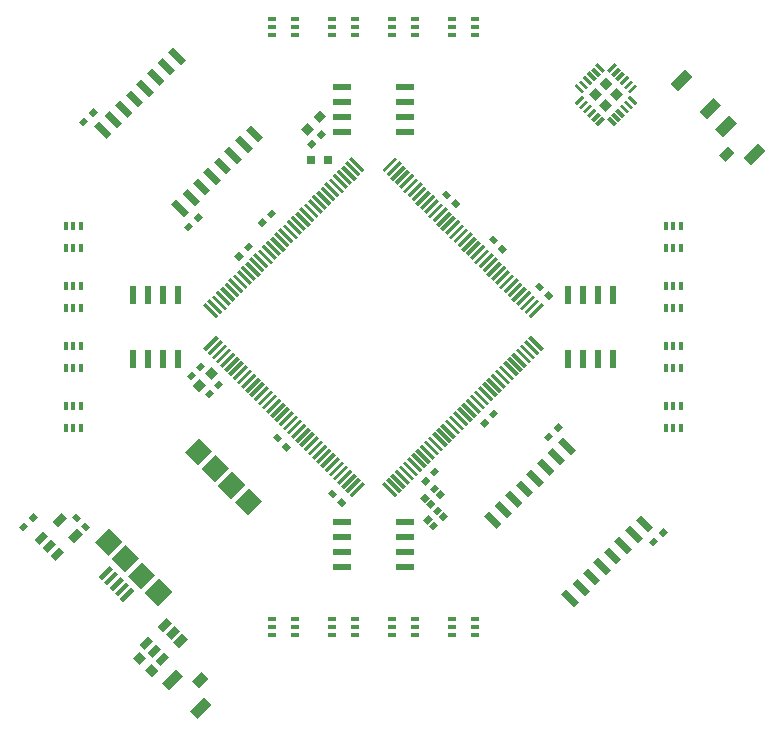
<source format=gbr>
G04 #@! TF.FileFunction,Paste,Bot*
%FSLAX46Y46*%
G04 Gerber Fmt 4.6, Leading zero omitted, Abs format (unit mm)*
G04 Created by KiCad (PCBNEW 4.0.6-e0-6349~53~ubuntu14.04.1) date Fri Mar 31 02:31:39 2017*
%MOMM*%
%LPD*%
G01*
G04 APERTURE LIST*
%ADD10C,0.100000*%
%ADD11R,1.550000X0.600000*%
%ADD12R,0.749300X0.398780*%
%ADD13R,0.600000X1.550000*%
%ADD14R,0.398780X0.749300*%
%ADD15R,0.800000X0.750000*%
G04 APERTURE END LIST*
D10*
G36*
X22354328Y18995571D02*
X22142196Y18783439D01*
X21541156Y19384479D01*
X21753288Y19596611D01*
X22354328Y18995571D01*
X22354328Y18995571D01*
G37*
G36*
X22000774Y18642018D02*
X21788642Y18429886D01*
X21187602Y19030926D01*
X21399734Y19243058D01*
X22000774Y18642018D01*
X22000774Y18642018D01*
G37*
G36*
X21647221Y18288464D02*
X21435089Y18076332D01*
X20834049Y18677372D01*
X21046181Y18889504D01*
X21647221Y18288464D01*
X21647221Y18288464D01*
G37*
G36*
X21293668Y17934911D02*
X21081536Y17722779D01*
X20480496Y18323819D01*
X20692628Y18535951D01*
X21293668Y17934911D01*
X21293668Y17934911D01*
G37*
G36*
X20940114Y17581358D02*
X20727982Y17369226D01*
X20126942Y17970266D01*
X20339074Y18182398D01*
X20940114Y17581358D01*
X20940114Y17581358D01*
G37*
G36*
X20586561Y17227804D02*
X20374429Y17015672D01*
X19773389Y17616712D01*
X19985521Y17828844D01*
X20586561Y17227804D01*
X20586561Y17227804D01*
G37*
G36*
X18995571Y17015672D02*
X18783439Y17227804D01*
X19384479Y17828844D01*
X19596611Y17616712D01*
X18995571Y17015672D01*
X18995571Y17015672D01*
G37*
G36*
X18642018Y17369226D02*
X18429886Y17581358D01*
X19030926Y18182398D01*
X19243058Y17970266D01*
X18642018Y17369226D01*
X18642018Y17369226D01*
G37*
G36*
X18288464Y17722779D02*
X18076332Y17934911D01*
X18677372Y18535951D01*
X18889504Y18323819D01*
X18288464Y17722779D01*
X18288464Y17722779D01*
G37*
G36*
X17934911Y18076332D02*
X17722779Y18288464D01*
X18323819Y18889504D01*
X18535951Y18677372D01*
X17934911Y18076332D01*
X17934911Y18076332D01*
G37*
G36*
X17581358Y18429886D02*
X17369226Y18642018D01*
X17970266Y19243058D01*
X18182398Y19030926D01*
X17581358Y18429886D01*
X17581358Y18429886D01*
G37*
G36*
X17227804Y18783439D02*
X17015672Y18995571D01*
X17616712Y19596611D01*
X17828844Y19384479D01*
X17227804Y18783439D01*
X17227804Y18783439D01*
G37*
G36*
X17828844Y19985521D02*
X17616712Y19773389D01*
X17015672Y20374429D01*
X17227804Y20586561D01*
X17828844Y19985521D01*
X17828844Y19985521D01*
G37*
G36*
X18182398Y20339074D02*
X17970266Y20126942D01*
X17369226Y20727982D01*
X17581358Y20940114D01*
X18182398Y20339074D01*
X18182398Y20339074D01*
G37*
G36*
X18535951Y20692628D02*
X18323819Y20480496D01*
X17722779Y21081536D01*
X17934911Y21293668D01*
X18535951Y20692628D01*
X18535951Y20692628D01*
G37*
G36*
X18889504Y21046181D02*
X18677372Y20834049D01*
X18076332Y21435089D01*
X18288464Y21647221D01*
X18889504Y21046181D01*
X18889504Y21046181D01*
G37*
G36*
X19243058Y21399734D02*
X19030926Y21187602D01*
X18429886Y21788642D01*
X18642018Y22000774D01*
X19243058Y21399734D01*
X19243058Y21399734D01*
G37*
G36*
X19596611Y21753288D02*
X19384479Y21541156D01*
X18783439Y22142196D01*
X18995571Y22354328D01*
X19596611Y21753288D01*
X19596611Y21753288D01*
G37*
G36*
X19985521Y21541156D02*
X19773389Y21753288D01*
X20374429Y22354328D01*
X20586561Y22142196D01*
X19985521Y21541156D01*
X19985521Y21541156D01*
G37*
G36*
X20339074Y21187602D02*
X20126942Y21399734D01*
X20727982Y22000774D01*
X20940114Y21788642D01*
X20339074Y21187602D01*
X20339074Y21187602D01*
G37*
G36*
X20692628Y20834049D02*
X20480496Y21046181D01*
X21081536Y21647221D01*
X21293668Y21435089D01*
X20692628Y20834049D01*
X20692628Y20834049D01*
G37*
G36*
X21046181Y20480496D02*
X20834049Y20692628D01*
X21435089Y21293668D01*
X21647221Y21081536D01*
X21046181Y20480496D01*
X21046181Y20480496D01*
G37*
G36*
X21399734Y20126942D02*
X21187602Y20339074D01*
X21788642Y20940114D01*
X22000774Y20727982D01*
X21399734Y20126942D01*
X21399734Y20126942D01*
G37*
G36*
X21753288Y19773389D02*
X21541156Y19985521D01*
X22142196Y20586561D01*
X22354328Y20374429D01*
X21753288Y19773389D01*
X21753288Y19773389D01*
G37*
G36*
X19317304Y19685000D02*
X18765761Y19133457D01*
X18214218Y19685000D01*
X18765761Y20236543D01*
X19317304Y19685000D01*
X19317304Y19685000D01*
G37*
G36*
X20236543Y20604239D02*
X19685000Y20052696D01*
X19133457Y20604239D01*
X19685000Y21155782D01*
X20236543Y20604239D01*
X20236543Y20604239D01*
G37*
G36*
X20236543Y18765761D02*
X19685000Y18214218D01*
X19133457Y18765761D01*
X19685000Y19317304D01*
X20236543Y18765761D01*
X20236543Y18765761D01*
G37*
G36*
X21155782Y19685000D02*
X20604239Y19133457D01*
X20052696Y19685000D01*
X20604239Y20236543D01*
X21155782Y19685000D01*
X21155782Y19685000D01*
G37*
G36*
X-23683598Y16973155D02*
X-23259334Y17397419D01*
X-22198674Y16336759D01*
X-22622938Y15912495D01*
X-23683598Y16973155D01*
X-23683598Y16973155D01*
G37*
G36*
X-22785573Y17871181D02*
X-22361309Y18295445D01*
X-21300649Y17234785D01*
X-21724913Y16810521D01*
X-22785573Y17871181D01*
X-22785573Y17871181D01*
G37*
G36*
X-21887547Y18769206D02*
X-21463283Y19193470D01*
X-20402623Y18132810D01*
X-20826887Y17708546D01*
X-21887547Y18769206D01*
X-21887547Y18769206D01*
G37*
G36*
X-20989521Y19667232D02*
X-20565257Y20091496D01*
X-19504597Y19030836D01*
X-19928861Y18606572D01*
X-20989521Y19667232D01*
X-20989521Y19667232D01*
G37*
G36*
X-20091496Y20565257D02*
X-19667232Y20989521D01*
X-18606572Y19928861D01*
X-19030836Y19504597D01*
X-20091496Y20565257D01*
X-20091496Y20565257D01*
G37*
G36*
X-19193470Y21463283D02*
X-18769206Y21887547D01*
X-17708546Y20826887D01*
X-18132810Y20402623D01*
X-19193470Y21463283D01*
X-19193470Y21463283D01*
G37*
G36*
X-18295445Y22361309D02*
X-17871181Y22785573D01*
X-16810521Y21724913D01*
X-17234785Y21300649D01*
X-18295445Y22361309D01*
X-18295445Y22361309D01*
G37*
G36*
X-17397419Y23259334D02*
X-16973155Y23683598D01*
X-15912495Y22622938D01*
X-16336759Y22198674D01*
X-17397419Y23259334D01*
X-17397419Y23259334D01*
G37*
G36*
X-10821326Y16683241D02*
X-10397062Y17107505D01*
X-9336402Y16046845D01*
X-9760666Y15622581D01*
X-10821326Y16683241D01*
X-10821326Y16683241D01*
G37*
G36*
X-11719351Y15785215D02*
X-11295087Y16209479D01*
X-10234427Y15148819D01*
X-10658691Y14724555D01*
X-11719351Y15785215D01*
X-11719351Y15785215D01*
G37*
G36*
X-12617377Y14887190D02*
X-12193113Y15311454D01*
X-11132453Y14250794D01*
X-11556717Y13826530D01*
X-12617377Y14887190D01*
X-12617377Y14887190D01*
G37*
G36*
X-13515403Y13989164D02*
X-13091139Y14413428D01*
X-12030479Y13352768D01*
X-12454743Y12928504D01*
X-13515403Y13989164D01*
X-13515403Y13989164D01*
G37*
G36*
X-14413428Y13091139D02*
X-13989164Y13515403D01*
X-12928504Y12454743D01*
X-13352768Y12030479D01*
X-14413428Y13091139D01*
X-14413428Y13091139D01*
G37*
G36*
X-15311454Y12193113D02*
X-14887190Y12617377D01*
X-13826530Y11556717D01*
X-14250794Y11132453D01*
X-15311454Y12193113D01*
X-15311454Y12193113D01*
G37*
G36*
X-16209479Y11295087D02*
X-15785215Y11719351D01*
X-14724555Y10658691D01*
X-15148819Y10234427D01*
X-16209479Y11295087D01*
X-16209479Y11295087D01*
G37*
G36*
X-17107505Y10397062D02*
X-16683241Y10821326D01*
X-15622581Y9760666D01*
X-16046845Y9336402D01*
X-17107505Y10397062D01*
X-17107505Y10397062D01*
G37*
G36*
X-12019872Y-14565456D02*
X-13151243Y-13434085D01*
X-11949162Y-12232004D01*
X-10817791Y-13363375D01*
X-12019872Y-14565456D01*
X-12019872Y-14565456D01*
G37*
G36*
X-10605658Y-15979670D02*
X-11737029Y-14848299D01*
X-10534948Y-13646218D01*
X-9403577Y-14777589D01*
X-10605658Y-15979670D01*
X-10605658Y-15979670D01*
G37*
G36*
X-13434085Y-13151243D02*
X-14565456Y-12019872D01*
X-13363375Y-10817791D01*
X-12232004Y-11949162D01*
X-13434085Y-13151243D01*
X-13434085Y-13151243D01*
G37*
G36*
X-14848299Y-11737029D02*
X-15979670Y-10605658D01*
X-14777589Y-9403577D01*
X-13646218Y-10534948D01*
X-14848299Y-11737029D01*
X-14848299Y-11737029D01*
G37*
G36*
X-22485052Y-19373782D02*
X-23616423Y-18242411D01*
X-22414342Y-17040330D01*
X-21282971Y-18171701D01*
X-22485052Y-19373782D01*
X-22485052Y-19373782D01*
G37*
G36*
X-21070838Y-20787996D02*
X-22202209Y-19656625D01*
X-21000128Y-18454544D01*
X-19868757Y-19585915D01*
X-21070838Y-20787996D01*
X-21070838Y-20787996D01*
G37*
G36*
X-18242411Y-23616423D02*
X-19373782Y-22485052D01*
X-18171701Y-21282971D01*
X-17040330Y-22414342D01*
X-18242411Y-23616423D01*
X-18242411Y-23616423D01*
G37*
G36*
X-19656625Y-22202209D02*
X-20787996Y-21070838D01*
X-19585915Y-19868757D01*
X-18454544Y-21000128D01*
X-19656625Y-22202209D01*
X-19656625Y-22202209D01*
G37*
G36*
X14407301Y-1820800D02*
X14195169Y-2032932D01*
X13099153Y-936916D01*
X13311285Y-724784D01*
X14407301Y-1820800D01*
X14407301Y-1820800D01*
G37*
G36*
X14053748Y-2174354D02*
X13841616Y-2386486D01*
X12745600Y-1290470D01*
X12957732Y-1078338D01*
X14053748Y-2174354D01*
X14053748Y-2174354D01*
G37*
G36*
X13700194Y-2527907D02*
X13488062Y-2740039D01*
X12392046Y-1644023D01*
X12604178Y-1431891D01*
X13700194Y-2527907D01*
X13700194Y-2527907D01*
G37*
G36*
X13346641Y-2881460D02*
X13134509Y-3093592D01*
X12038493Y-1997576D01*
X12250625Y-1785444D01*
X13346641Y-2881460D01*
X13346641Y-2881460D01*
G37*
G36*
X12993087Y-3235014D02*
X12780955Y-3447146D01*
X11684939Y-2351130D01*
X11897071Y-2138998D01*
X12993087Y-3235014D01*
X12993087Y-3235014D01*
G37*
G36*
X12639534Y-3588567D02*
X12427402Y-3800699D01*
X11331386Y-2704683D01*
X11543518Y-2492551D01*
X12639534Y-3588567D01*
X12639534Y-3588567D01*
G37*
G36*
X12285981Y-3942121D02*
X12073849Y-4154253D01*
X10977833Y-3058237D01*
X11189965Y-2846105D01*
X12285981Y-3942121D01*
X12285981Y-3942121D01*
G37*
G36*
X11932427Y-4295674D02*
X11720295Y-4507806D01*
X10624279Y-3411790D01*
X10836411Y-3199658D01*
X11932427Y-4295674D01*
X11932427Y-4295674D01*
G37*
G36*
X11578874Y-4649227D02*
X11366742Y-4861359D01*
X10270726Y-3765343D01*
X10482858Y-3553211D01*
X11578874Y-4649227D01*
X11578874Y-4649227D01*
G37*
G36*
X11225320Y-5002781D02*
X11013188Y-5214913D01*
X9917172Y-4118897D01*
X10129304Y-3906765D01*
X11225320Y-5002781D01*
X11225320Y-5002781D01*
G37*
G36*
X10871767Y-5356334D02*
X10659635Y-5568466D01*
X9563619Y-4472450D01*
X9775751Y-4260318D01*
X10871767Y-5356334D01*
X10871767Y-5356334D01*
G37*
G36*
X10518214Y-5709888D02*
X10306082Y-5922020D01*
X9210066Y-4826004D01*
X9422198Y-4613872D01*
X10518214Y-5709888D01*
X10518214Y-5709888D01*
G37*
G36*
X10164660Y-6063441D02*
X9952528Y-6275573D01*
X8856512Y-5179557D01*
X9068644Y-4967425D01*
X10164660Y-6063441D01*
X10164660Y-6063441D01*
G37*
G36*
X9811107Y-6416994D02*
X9598975Y-6629126D01*
X8502959Y-5533110D01*
X8715091Y-5320978D01*
X9811107Y-6416994D01*
X9811107Y-6416994D01*
G37*
G36*
X9457553Y-6770548D02*
X9245421Y-6982680D01*
X8149405Y-5886664D01*
X8361537Y-5674532D01*
X9457553Y-6770548D01*
X9457553Y-6770548D01*
G37*
G36*
X9104000Y-7124101D02*
X8891868Y-7336233D01*
X7795852Y-6240217D01*
X8007984Y-6028085D01*
X9104000Y-7124101D01*
X9104000Y-7124101D01*
G37*
G36*
X8750447Y-7477654D02*
X8538315Y-7689786D01*
X7442299Y-6593770D01*
X7654431Y-6381638D01*
X8750447Y-7477654D01*
X8750447Y-7477654D01*
G37*
G36*
X8396893Y-7831208D02*
X8184761Y-8043340D01*
X7088745Y-6947324D01*
X7300877Y-6735192D01*
X8396893Y-7831208D01*
X8396893Y-7831208D01*
G37*
G36*
X8043340Y-8184761D02*
X7831208Y-8396893D01*
X6735192Y-7300877D01*
X6947324Y-7088745D01*
X8043340Y-8184761D01*
X8043340Y-8184761D01*
G37*
G36*
X7689786Y-8538315D02*
X7477654Y-8750447D01*
X6381638Y-7654431D01*
X6593770Y-7442299D01*
X7689786Y-8538315D01*
X7689786Y-8538315D01*
G37*
G36*
X7336233Y-8891868D02*
X7124101Y-9104000D01*
X6028085Y-8007984D01*
X6240217Y-7795852D01*
X7336233Y-8891868D01*
X7336233Y-8891868D01*
G37*
G36*
X6982680Y-9245421D02*
X6770548Y-9457553D01*
X5674532Y-8361537D01*
X5886664Y-8149405D01*
X6982680Y-9245421D01*
X6982680Y-9245421D01*
G37*
G36*
X6629126Y-9598975D02*
X6416994Y-9811107D01*
X5320978Y-8715091D01*
X5533110Y-8502959D01*
X6629126Y-9598975D01*
X6629126Y-9598975D01*
G37*
G36*
X6275573Y-9952528D02*
X6063441Y-10164660D01*
X4967425Y-9068644D01*
X5179557Y-8856512D01*
X6275573Y-9952528D01*
X6275573Y-9952528D01*
G37*
G36*
X5922020Y-10306082D02*
X5709888Y-10518214D01*
X4613872Y-9422198D01*
X4826004Y-9210066D01*
X5922020Y-10306082D01*
X5922020Y-10306082D01*
G37*
G36*
X5568466Y-10659635D02*
X5356334Y-10871767D01*
X4260318Y-9775751D01*
X4472450Y-9563619D01*
X5568466Y-10659635D01*
X5568466Y-10659635D01*
G37*
G36*
X5214913Y-11013188D02*
X5002781Y-11225320D01*
X3906765Y-10129304D01*
X4118897Y-9917172D01*
X5214913Y-11013188D01*
X5214913Y-11013188D01*
G37*
G36*
X4861359Y-11366742D02*
X4649227Y-11578874D01*
X3553211Y-10482858D01*
X3765343Y-10270726D01*
X4861359Y-11366742D01*
X4861359Y-11366742D01*
G37*
G36*
X4507806Y-11720295D02*
X4295674Y-11932427D01*
X3199658Y-10836411D01*
X3411790Y-10624279D01*
X4507806Y-11720295D01*
X4507806Y-11720295D01*
G37*
G36*
X4154253Y-12073849D02*
X3942121Y-12285981D01*
X2846105Y-11189965D01*
X3058237Y-10977833D01*
X4154253Y-12073849D01*
X4154253Y-12073849D01*
G37*
G36*
X3800699Y-12427402D02*
X3588567Y-12639534D01*
X2492551Y-11543518D01*
X2704683Y-11331386D01*
X3800699Y-12427402D01*
X3800699Y-12427402D01*
G37*
G36*
X3447146Y-12780955D02*
X3235014Y-12993087D01*
X2138998Y-11897071D01*
X2351130Y-11684939D01*
X3447146Y-12780955D01*
X3447146Y-12780955D01*
G37*
G36*
X3093592Y-13134509D02*
X2881460Y-13346641D01*
X1785444Y-12250625D01*
X1997576Y-12038493D01*
X3093592Y-13134509D01*
X3093592Y-13134509D01*
G37*
G36*
X2740039Y-13488062D02*
X2527907Y-13700194D01*
X1431891Y-12604178D01*
X1644023Y-12392046D01*
X2740039Y-13488062D01*
X2740039Y-13488062D01*
G37*
G36*
X2386486Y-13841616D02*
X2174354Y-14053748D01*
X1078338Y-12957732D01*
X1290470Y-12745600D01*
X2386486Y-13841616D01*
X2386486Y-13841616D01*
G37*
G36*
X2032932Y-14195169D02*
X1820800Y-14407301D01*
X724784Y-13311285D01*
X936916Y-13099153D01*
X2032932Y-14195169D01*
X2032932Y-14195169D01*
G37*
G36*
X-1820800Y-14407301D02*
X-2032932Y-14195169D01*
X-936916Y-13099153D01*
X-724784Y-13311285D01*
X-1820800Y-14407301D01*
X-1820800Y-14407301D01*
G37*
G36*
X-2174354Y-14053748D02*
X-2386486Y-13841616D01*
X-1290470Y-12745600D01*
X-1078338Y-12957732D01*
X-2174354Y-14053748D01*
X-2174354Y-14053748D01*
G37*
G36*
X-2527907Y-13700194D02*
X-2740039Y-13488062D01*
X-1644023Y-12392046D01*
X-1431891Y-12604178D01*
X-2527907Y-13700194D01*
X-2527907Y-13700194D01*
G37*
G36*
X-2881460Y-13346641D02*
X-3093592Y-13134509D01*
X-1997576Y-12038493D01*
X-1785444Y-12250625D01*
X-2881460Y-13346641D01*
X-2881460Y-13346641D01*
G37*
G36*
X-3235014Y-12993087D02*
X-3447146Y-12780955D01*
X-2351130Y-11684939D01*
X-2138998Y-11897071D01*
X-3235014Y-12993087D01*
X-3235014Y-12993087D01*
G37*
G36*
X-3588567Y-12639534D02*
X-3800699Y-12427402D01*
X-2704683Y-11331386D01*
X-2492551Y-11543518D01*
X-3588567Y-12639534D01*
X-3588567Y-12639534D01*
G37*
G36*
X-3942121Y-12285981D02*
X-4154253Y-12073849D01*
X-3058237Y-10977833D01*
X-2846105Y-11189965D01*
X-3942121Y-12285981D01*
X-3942121Y-12285981D01*
G37*
G36*
X-4295674Y-11932427D02*
X-4507806Y-11720295D01*
X-3411790Y-10624279D01*
X-3199658Y-10836411D01*
X-4295674Y-11932427D01*
X-4295674Y-11932427D01*
G37*
G36*
X-4649227Y-11578874D02*
X-4861359Y-11366742D01*
X-3765343Y-10270726D01*
X-3553211Y-10482858D01*
X-4649227Y-11578874D01*
X-4649227Y-11578874D01*
G37*
G36*
X-5002781Y-11225320D02*
X-5214913Y-11013188D01*
X-4118897Y-9917172D01*
X-3906765Y-10129304D01*
X-5002781Y-11225320D01*
X-5002781Y-11225320D01*
G37*
G36*
X-5356334Y-10871767D02*
X-5568466Y-10659635D01*
X-4472450Y-9563619D01*
X-4260318Y-9775751D01*
X-5356334Y-10871767D01*
X-5356334Y-10871767D01*
G37*
G36*
X-5709888Y-10518214D02*
X-5922020Y-10306082D01*
X-4826004Y-9210066D01*
X-4613872Y-9422198D01*
X-5709888Y-10518214D01*
X-5709888Y-10518214D01*
G37*
G36*
X-6063441Y-10164660D02*
X-6275573Y-9952528D01*
X-5179557Y-8856512D01*
X-4967425Y-9068644D01*
X-6063441Y-10164660D01*
X-6063441Y-10164660D01*
G37*
G36*
X-6416994Y-9811107D02*
X-6629126Y-9598975D01*
X-5533110Y-8502959D01*
X-5320978Y-8715091D01*
X-6416994Y-9811107D01*
X-6416994Y-9811107D01*
G37*
G36*
X-6770548Y-9457553D02*
X-6982680Y-9245421D01*
X-5886664Y-8149405D01*
X-5674532Y-8361537D01*
X-6770548Y-9457553D01*
X-6770548Y-9457553D01*
G37*
G36*
X-7124101Y-9104000D02*
X-7336233Y-8891868D01*
X-6240217Y-7795852D01*
X-6028085Y-8007984D01*
X-7124101Y-9104000D01*
X-7124101Y-9104000D01*
G37*
G36*
X-7477654Y-8750447D02*
X-7689786Y-8538315D01*
X-6593770Y-7442299D01*
X-6381638Y-7654431D01*
X-7477654Y-8750447D01*
X-7477654Y-8750447D01*
G37*
G36*
X-7831208Y-8396893D02*
X-8043340Y-8184761D01*
X-6947324Y-7088745D01*
X-6735192Y-7300877D01*
X-7831208Y-8396893D01*
X-7831208Y-8396893D01*
G37*
G36*
X-8184761Y-8043340D02*
X-8396893Y-7831208D01*
X-7300877Y-6735192D01*
X-7088745Y-6947324D01*
X-8184761Y-8043340D01*
X-8184761Y-8043340D01*
G37*
G36*
X-8538315Y-7689786D02*
X-8750447Y-7477654D01*
X-7654431Y-6381638D01*
X-7442299Y-6593770D01*
X-8538315Y-7689786D01*
X-8538315Y-7689786D01*
G37*
G36*
X-8891868Y-7336233D02*
X-9104000Y-7124101D01*
X-8007984Y-6028085D01*
X-7795852Y-6240217D01*
X-8891868Y-7336233D01*
X-8891868Y-7336233D01*
G37*
G36*
X-9245421Y-6982680D02*
X-9457553Y-6770548D01*
X-8361537Y-5674532D01*
X-8149405Y-5886664D01*
X-9245421Y-6982680D01*
X-9245421Y-6982680D01*
G37*
G36*
X-9598975Y-6629126D02*
X-9811107Y-6416994D01*
X-8715091Y-5320978D01*
X-8502959Y-5533110D01*
X-9598975Y-6629126D01*
X-9598975Y-6629126D01*
G37*
G36*
X-9952528Y-6275573D02*
X-10164660Y-6063441D01*
X-9068644Y-4967425D01*
X-8856512Y-5179557D01*
X-9952528Y-6275573D01*
X-9952528Y-6275573D01*
G37*
G36*
X-10306082Y-5922020D02*
X-10518214Y-5709888D01*
X-9422198Y-4613872D01*
X-9210066Y-4826004D01*
X-10306082Y-5922020D01*
X-10306082Y-5922020D01*
G37*
G36*
X-10659635Y-5568466D02*
X-10871767Y-5356334D01*
X-9775751Y-4260318D01*
X-9563619Y-4472450D01*
X-10659635Y-5568466D01*
X-10659635Y-5568466D01*
G37*
G36*
X-11013188Y-5214913D02*
X-11225320Y-5002781D01*
X-10129304Y-3906765D01*
X-9917172Y-4118897D01*
X-11013188Y-5214913D01*
X-11013188Y-5214913D01*
G37*
G36*
X-11366742Y-4861359D02*
X-11578874Y-4649227D01*
X-10482858Y-3553211D01*
X-10270726Y-3765343D01*
X-11366742Y-4861359D01*
X-11366742Y-4861359D01*
G37*
G36*
X-11720295Y-4507806D02*
X-11932427Y-4295674D01*
X-10836411Y-3199658D01*
X-10624279Y-3411790D01*
X-11720295Y-4507806D01*
X-11720295Y-4507806D01*
G37*
G36*
X-12073849Y-4154253D02*
X-12285981Y-3942121D01*
X-11189965Y-2846105D01*
X-10977833Y-3058237D01*
X-12073849Y-4154253D01*
X-12073849Y-4154253D01*
G37*
G36*
X-12427402Y-3800699D02*
X-12639534Y-3588567D01*
X-11543518Y-2492551D01*
X-11331386Y-2704683D01*
X-12427402Y-3800699D01*
X-12427402Y-3800699D01*
G37*
G36*
X-12780955Y-3447146D02*
X-12993087Y-3235014D01*
X-11897071Y-2138998D01*
X-11684939Y-2351130D01*
X-12780955Y-3447146D01*
X-12780955Y-3447146D01*
G37*
G36*
X-13134509Y-3093592D02*
X-13346641Y-2881460D01*
X-12250625Y-1785444D01*
X-12038493Y-1997576D01*
X-13134509Y-3093592D01*
X-13134509Y-3093592D01*
G37*
G36*
X-13488062Y-2740039D02*
X-13700194Y-2527907D01*
X-12604178Y-1431891D01*
X-12392046Y-1644023D01*
X-13488062Y-2740039D01*
X-13488062Y-2740039D01*
G37*
G36*
X-13841616Y-2386486D02*
X-14053748Y-2174354D01*
X-12957732Y-1078338D01*
X-12745600Y-1290470D01*
X-13841616Y-2386486D01*
X-13841616Y-2386486D01*
G37*
G36*
X-14195169Y-2032932D02*
X-14407301Y-1820800D01*
X-13311285Y-724784D01*
X-13099153Y-936916D01*
X-14195169Y-2032932D01*
X-14195169Y-2032932D01*
G37*
G36*
X-13099153Y936916D02*
X-13311285Y724784D01*
X-14407301Y1820800D01*
X-14195169Y2032932D01*
X-13099153Y936916D01*
X-13099153Y936916D01*
G37*
G36*
X-12745600Y1290470D02*
X-12957732Y1078338D01*
X-14053748Y2174354D01*
X-13841616Y2386486D01*
X-12745600Y1290470D01*
X-12745600Y1290470D01*
G37*
G36*
X-12392046Y1644023D02*
X-12604178Y1431891D01*
X-13700194Y2527907D01*
X-13488062Y2740039D01*
X-12392046Y1644023D01*
X-12392046Y1644023D01*
G37*
G36*
X-12038493Y1997576D02*
X-12250625Y1785444D01*
X-13346641Y2881460D01*
X-13134509Y3093592D01*
X-12038493Y1997576D01*
X-12038493Y1997576D01*
G37*
G36*
X-11684939Y2351130D02*
X-11897071Y2138998D01*
X-12993087Y3235014D01*
X-12780955Y3447146D01*
X-11684939Y2351130D01*
X-11684939Y2351130D01*
G37*
G36*
X-11331386Y2704683D02*
X-11543518Y2492551D01*
X-12639534Y3588567D01*
X-12427402Y3800699D01*
X-11331386Y2704683D01*
X-11331386Y2704683D01*
G37*
G36*
X-10977833Y3058237D02*
X-11189965Y2846105D01*
X-12285981Y3942121D01*
X-12073849Y4154253D01*
X-10977833Y3058237D01*
X-10977833Y3058237D01*
G37*
G36*
X-10624279Y3411790D02*
X-10836411Y3199658D01*
X-11932427Y4295674D01*
X-11720295Y4507806D01*
X-10624279Y3411790D01*
X-10624279Y3411790D01*
G37*
G36*
X-10270726Y3765343D02*
X-10482858Y3553211D01*
X-11578874Y4649227D01*
X-11366742Y4861359D01*
X-10270726Y3765343D01*
X-10270726Y3765343D01*
G37*
G36*
X-9917172Y4118897D02*
X-10129304Y3906765D01*
X-11225320Y5002781D01*
X-11013188Y5214913D01*
X-9917172Y4118897D01*
X-9917172Y4118897D01*
G37*
G36*
X-9563619Y4472450D02*
X-9775751Y4260318D01*
X-10871767Y5356334D01*
X-10659635Y5568466D01*
X-9563619Y4472450D01*
X-9563619Y4472450D01*
G37*
G36*
X-9210066Y4826004D02*
X-9422198Y4613872D01*
X-10518214Y5709888D01*
X-10306082Y5922020D01*
X-9210066Y4826004D01*
X-9210066Y4826004D01*
G37*
G36*
X-8856512Y5179557D02*
X-9068644Y4967425D01*
X-10164660Y6063441D01*
X-9952528Y6275573D01*
X-8856512Y5179557D01*
X-8856512Y5179557D01*
G37*
G36*
X-8502959Y5533110D02*
X-8715091Y5320978D01*
X-9811107Y6416994D01*
X-9598975Y6629126D01*
X-8502959Y5533110D01*
X-8502959Y5533110D01*
G37*
G36*
X-8149405Y5886664D02*
X-8361537Y5674532D01*
X-9457553Y6770548D01*
X-9245421Y6982680D01*
X-8149405Y5886664D01*
X-8149405Y5886664D01*
G37*
G36*
X-7795852Y6240217D02*
X-8007984Y6028085D01*
X-9104000Y7124101D01*
X-8891868Y7336233D01*
X-7795852Y6240217D01*
X-7795852Y6240217D01*
G37*
G36*
X-7442299Y6593770D02*
X-7654431Y6381638D01*
X-8750447Y7477654D01*
X-8538315Y7689786D01*
X-7442299Y6593770D01*
X-7442299Y6593770D01*
G37*
G36*
X-7088745Y6947324D02*
X-7300877Y6735192D01*
X-8396893Y7831208D01*
X-8184761Y8043340D01*
X-7088745Y6947324D01*
X-7088745Y6947324D01*
G37*
G36*
X-6735192Y7300877D02*
X-6947324Y7088745D01*
X-8043340Y8184761D01*
X-7831208Y8396893D01*
X-6735192Y7300877D01*
X-6735192Y7300877D01*
G37*
G36*
X-6381638Y7654431D02*
X-6593770Y7442299D01*
X-7689786Y8538315D01*
X-7477654Y8750447D01*
X-6381638Y7654431D01*
X-6381638Y7654431D01*
G37*
G36*
X-6028085Y8007984D02*
X-6240217Y7795852D01*
X-7336233Y8891868D01*
X-7124101Y9104000D01*
X-6028085Y8007984D01*
X-6028085Y8007984D01*
G37*
G36*
X-5674532Y8361537D02*
X-5886664Y8149405D01*
X-6982680Y9245421D01*
X-6770548Y9457553D01*
X-5674532Y8361537D01*
X-5674532Y8361537D01*
G37*
G36*
X-5320978Y8715091D02*
X-5533110Y8502959D01*
X-6629126Y9598975D01*
X-6416994Y9811107D01*
X-5320978Y8715091D01*
X-5320978Y8715091D01*
G37*
G36*
X-4967425Y9068644D02*
X-5179557Y8856512D01*
X-6275573Y9952528D01*
X-6063441Y10164660D01*
X-4967425Y9068644D01*
X-4967425Y9068644D01*
G37*
G36*
X-4613872Y9422198D02*
X-4826004Y9210066D01*
X-5922020Y10306082D01*
X-5709888Y10518214D01*
X-4613872Y9422198D01*
X-4613872Y9422198D01*
G37*
G36*
X-4260318Y9775751D02*
X-4472450Y9563619D01*
X-5568466Y10659635D01*
X-5356334Y10871767D01*
X-4260318Y9775751D01*
X-4260318Y9775751D01*
G37*
G36*
X-3906765Y10129304D02*
X-4118897Y9917172D01*
X-5214913Y11013188D01*
X-5002781Y11225320D01*
X-3906765Y10129304D01*
X-3906765Y10129304D01*
G37*
G36*
X-3553211Y10482858D02*
X-3765343Y10270726D01*
X-4861359Y11366742D01*
X-4649227Y11578874D01*
X-3553211Y10482858D01*
X-3553211Y10482858D01*
G37*
G36*
X-3199658Y10836411D02*
X-3411790Y10624279D01*
X-4507806Y11720295D01*
X-4295674Y11932427D01*
X-3199658Y10836411D01*
X-3199658Y10836411D01*
G37*
G36*
X-2846105Y11189965D02*
X-3058237Y10977833D01*
X-4154253Y12073849D01*
X-3942121Y12285981D01*
X-2846105Y11189965D01*
X-2846105Y11189965D01*
G37*
G36*
X-2492551Y11543518D02*
X-2704683Y11331386D01*
X-3800699Y12427402D01*
X-3588567Y12639534D01*
X-2492551Y11543518D01*
X-2492551Y11543518D01*
G37*
G36*
X-2138998Y11897071D02*
X-2351130Y11684939D01*
X-3447146Y12780955D01*
X-3235014Y12993087D01*
X-2138998Y11897071D01*
X-2138998Y11897071D01*
G37*
G36*
X-1785444Y12250625D02*
X-1997576Y12038493D01*
X-3093592Y13134509D01*
X-2881460Y13346641D01*
X-1785444Y12250625D01*
X-1785444Y12250625D01*
G37*
G36*
X-1431891Y12604178D02*
X-1644023Y12392046D01*
X-2740039Y13488062D01*
X-2527907Y13700194D01*
X-1431891Y12604178D01*
X-1431891Y12604178D01*
G37*
G36*
X-1078338Y12957732D02*
X-1290470Y12745600D01*
X-2386486Y13841616D01*
X-2174354Y14053748D01*
X-1078338Y12957732D01*
X-1078338Y12957732D01*
G37*
G36*
X-724784Y13311285D02*
X-936916Y13099153D01*
X-2032932Y14195169D01*
X-1820800Y14407301D01*
X-724784Y13311285D01*
X-724784Y13311285D01*
G37*
G36*
X936916Y13099153D02*
X724784Y13311285D01*
X1820800Y14407301D01*
X2032932Y14195169D01*
X936916Y13099153D01*
X936916Y13099153D01*
G37*
G36*
X1290470Y12745600D02*
X1078338Y12957732D01*
X2174354Y14053748D01*
X2386486Y13841616D01*
X1290470Y12745600D01*
X1290470Y12745600D01*
G37*
G36*
X1644023Y12392046D02*
X1431891Y12604178D01*
X2527907Y13700194D01*
X2740039Y13488062D01*
X1644023Y12392046D01*
X1644023Y12392046D01*
G37*
G36*
X1997576Y12038493D02*
X1785444Y12250625D01*
X2881460Y13346641D01*
X3093592Y13134509D01*
X1997576Y12038493D01*
X1997576Y12038493D01*
G37*
G36*
X2351130Y11684939D02*
X2138998Y11897071D01*
X3235014Y12993087D01*
X3447146Y12780955D01*
X2351130Y11684939D01*
X2351130Y11684939D01*
G37*
G36*
X2704683Y11331386D02*
X2492551Y11543518D01*
X3588567Y12639534D01*
X3800699Y12427402D01*
X2704683Y11331386D01*
X2704683Y11331386D01*
G37*
G36*
X3058237Y10977833D02*
X2846105Y11189965D01*
X3942121Y12285981D01*
X4154253Y12073849D01*
X3058237Y10977833D01*
X3058237Y10977833D01*
G37*
G36*
X3411790Y10624279D02*
X3199658Y10836411D01*
X4295674Y11932427D01*
X4507806Y11720295D01*
X3411790Y10624279D01*
X3411790Y10624279D01*
G37*
G36*
X3765343Y10270726D02*
X3553211Y10482858D01*
X4649227Y11578874D01*
X4861359Y11366742D01*
X3765343Y10270726D01*
X3765343Y10270726D01*
G37*
G36*
X4118897Y9917172D02*
X3906765Y10129304D01*
X5002781Y11225320D01*
X5214913Y11013188D01*
X4118897Y9917172D01*
X4118897Y9917172D01*
G37*
G36*
X4472450Y9563619D02*
X4260318Y9775751D01*
X5356334Y10871767D01*
X5568466Y10659635D01*
X4472450Y9563619D01*
X4472450Y9563619D01*
G37*
G36*
X4826004Y9210066D02*
X4613872Y9422198D01*
X5709888Y10518214D01*
X5922020Y10306082D01*
X4826004Y9210066D01*
X4826004Y9210066D01*
G37*
G36*
X5179557Y8856512D02*
X4967425Y9068644D01*
X6063441Y10164660D01*
X6275573Y9952528D01*
X5179557Y8856512D01*
X5179557Y8856512D01*
G37*
G36*
X5533110Y8502959D02*
X5320978Y8715091D01*
X6416994Y9811107D01*
X6629126Y9598975D01*
X5533110Y8502959D01*
X5533110Y8502959D01*
G37*
G36*
X5886664Y8149405D02*
X5674532Y8361537D01*
X6770548Y9457553D01*
X6982680Y9245421D01*
X5886664Y8149405D01*
X5886664Y8149405D01*
G37*
G36*
X6240217Y7795852D02*
X6028085Y8007984D01*
X7124101Y9104000D01*
X7336233Y8891868D01*
X6240217Y7795852D01*
X6240217Y7795852D01*
G37*
G36*
X6593770Y7442299D02*
X6381638Y7654431D01*
X7477654Y8750447D01*
X7689786Y8538315D01*
X6593770Y7442299D01*
X6593770Y7442299D01*
G37*
G36*
X6947324Y7088745D02*
X6735192Y7300877D01*
X7831208Y8396893D01*
X8043340Y8184761D01*
X6947324Y7088745D01*
X6947324Y7088745D01*
G37*
G36*
X7300877Y6735192D02*
X7088745Y6947324D01*
X8184761Y8043340D01*
X8396893Y7831208D01*
X7300877Y6735192D01*
X7300877Y6735192D01*
G37*
G36*
X7654431Y6381638D02*
X7442299Y6593770D01*
X8538315Y7689786D01*
X8750447Y7477654D01*
X7654431Y6381638D01*
X7654431Y6381638D01*
G37*
G36*
X8007984Y6028085D02*
X7795852Y6240217D01*
X8891868Y7336233D01*
X9104000Y7124101D01*
X8007984Y6028085D01*
X8007984Y6028085D01*
G37*
G36*
X8361537Y5674532D02*
X8149405Y5886664D01*
X9245421Y6982680D01*
X9457553Y6770548D01*
X8361537Y5674532D01*
X8361537Y5674532D01*
G37*
G36*
X8715091Y5320978D02*
X8502959Y5533110D01*
X9598975Y6629126D01*
X9811107Y6416994D01*
X8715091Y5320978D01*
X8715091Y5320978D01*
G37*
G36*
X9068644Y4967425D02*
X8856512Y5179557D01*
X9952528Y6275573D01*
X10164660Y6063441D01*
X9068644Y4967425D01*
X9068644Y4967425D01*
G37*
G36*
X9422198Y4613872D02*
X9210066Y4826004D01*
X10306082Y5922020D01*
X10518214Y5709888D01*
X9422198Y4613872D01*
X9422198Y4613872D01*
G37*
G36*
X9775751Y4260318D02*
X9563619Y4472450D01*
X10659635Y5568466D01*
X10871767Y5356334D01*
X9775751Y4260318D01*
X9775751Y4260318D01*
G37*
G36*
X10129304Y3906765D02*
X9917172Y4118897D01*
X11013188Y5214913D01*
X11225320Y5002781D01*
X10129304Y3906765D01*
X10129304Y3906765D01*
G37*
G36*
X10482858Y3553211D02*
X10270726Y3765343D01*
X11366742Y4861359D01*
X11578874Y4649227D01*
X10482858Y3553211D01*
X10482858Y3553211D01*
G37*
G36*
X10836411Y3199658D02*
X10624279Y3411790D01*
X11720295Y4507806D01*
X11932427Y4295674D01*
X10836411Y3199658D01*
X10836411Y3199658D01*
G37*
G36*
X11189965Y2846105D02*
X10977833Y3058237D01*
X12073849Y4154253D01*
X12285981Y3942121D01*
X11189965Y2846105D01*
X11189965Y2846105D01*
G37*
G36*
X11543518Y2492551D02*
X11331386Y2704683D01*
X12427402Y3800699D01*
X12639534Y3588567D01*
X11543518Y2492551D01*
X11543518Y2492551D01*
G37*
G36*
X11897071Y2138998D02*
X11684939Y2351130D01*
X12780955Y3447146D01*
X12993087Y3235014D01*
X11897071Y2138998D01*
X11897071Y2138998D01*
G37*
G36*
X12250625Y1785444D02*
X12038493Y1997576D01*
X13134509Y3093592D01*
X13346641Y2881460D01*
X12250625Y1785444D01*
X12250625Y1785444D01*
G37*
G36*
X12604178Y1431891D02*
X12392046Y1644023D01*
X13488062Y2740039D01*
X13700194Y2527907D01*
X12604178Y1431891D01*
X12604178Y1431891D01*
G37*
G36*
X12957732Y1078338D02*
X12745600Y1290470D01*
X13841616Y2386486D01*
X14053748Y2174354D01*
X12957732Y1078338D01*
X12957732Y1078338D01*
G37*
G36*
X13311285Y724784D02*
X13099153Y936916D01*
X14195169Y2032932D01*
X14407301Y1820800D01*
X13311285Y724784D01*
X13311285Y724784D01*
G37*
G36*
X23683598Y-16973155D02*
X23259334Y-17397419D01*
X22198674Y-16336759D01*
X22622938Y-15912495D01*
X23683598Y-16973155D01*
X23683598Y-16973155D01*
G37*
G36*
X22785573Y-17871181D02*
X22361309Y-18295445D01*
X21300649Y-17234785D01*
X21724913Y-16810521D01*
X22785573Y-17871181D01*
X22785573Y-17871181D01*
G37*
G36*
X21887547Y-18769206D02*
X21463283Y-19193470D01*
X20402623Y-18132810D01*
X20826887Y-17708546D01*
X21887547Y-18769206D01*
X21887547Y-18769206D01*
G37*
G36*
X20989521Y-19667232D02*
X20565257Y-20091496D01*
X19504597Y-19030836D01*
X19928861Y-18606572D01*
X20989521Y-19667232D01*
X20989521Y-19667232D01*
G37*
G36*
X20091496Y-20565257D02*
X19667232Y-20989521D01*
X18606572Y-19928861D01*
X19030836Y-19504597D01*
X20091496Y-20565257D01*
X20091496Y-20565257D01*
G37*
G36*
X19193470Y-21463283D02*
X18769206Y-21887547D01*
X17708546Y-20826887D01*
X18132810Y-20402623D01*
X19193470Y-21463283D01*
X19193470Y-21463283D01*
G37*
G36*
X18295445Y-22361309D02*
X17871181Y-22785573D01*
X16810521Y-21724913D01*
X17234785Y-21300649D01*
X18295445Y-22361309D01*
X18295445Y-22361309D01*
G37*
G36*
X17397419Y-23259334D02*
X16973155Y-23683598D01*
X15912495Y-22622938D01*
X16336759Y-22198674D01*
X17397419Y-23259334D01*
X17397419Y-23259334D01*
G37*
G36*
X10821326Y-16683241D02*
X10397062Y-17107505D01*
X9336402Y-16046845D01*
X9760666Y-15622581D01*
X10821326Y-16683241D01*
X10821326Y-16683241D01*
G37*
G36*
X11719351Y-15785215D02*
X11295087Y-16209479D01*
X10234427Y-15148819D01*
X10658691Y-14724555D01*
X11719351Y-15785215D01*
X11719351Y-15785215D01*
G37*
G36*
X12617377Y-14887190D02*
X12193113Y-15311454D01*
X11132453Y-14250794D01*
X11556717Y-13826530D01*
X12617377Y-14887190D01*
X12617377Y-14887190D01*
G37*
G36*
X13515403Y-13989164D02*
X13091139Y-14413428D01*
X12030479Y-13352768D01*
X12454743Y-12928504D01*
X13515403Y-13989164D01*
X13515403Y-13989164D01*
G37*
G36*
X14413428Y-13091139D02*
X13989164Y-13515403D01*
X12928504Y-12454743D01*
X13352768Y-12030479D01*
X14413428Y-13091139D01*
X14413428Y-13091139D01*
G37*
G36*
X15311454Y-12193113D02*
X14887190Y-12617377D01*
X13826530Y-11556717D01*
X14250794Y-11132453D01*
X15311454Y-12193113D01*
X15311454Y-12193113D01*
G37*
G36*
X16209479Y-11295087D02*
X15785215Y-11719351D01*
X14724555Y-10658691D01*
X15148819Y-10234427D01*
X16209479Y-11295087D01*
X16209479Y-11295087D01*
G37*
G36*
X17107505Y-10397062D02*
X16683241Y-10821326D01*
X15622581Y-9760666D01*
X16046845Y-9336402D01*
X17107505Y-10397062D01*
X17107505Y-10397062D01*
G37*
D11*
X2700000Y-16510000D03*
X2700000Y-17780000D03*
X2700000Y-19050000D03*
X2700000Y-20320000D03*
X-2700000Y-20320000D03*
X-2700000Y-19050000D03*
X-2700000Y-17780000D03*
X-2700000Y-16510000D03*
D12*
X6670040Y-26050240D03*
X6670040Y-25400000D03*
X6670040Y-24749760D03*
X8569960Y-24749760D03*
X8569960Y-25400000D03*
X8569960Y-26050240D03*
X1590040Y-26050240D03*
X1590040Y-25400000D03*
X1590040Y-24749760D03*
X3489960Y-24749760D03*
X3489960Y-25400000D03*
X3489960Y-26050240D03*
X-3489960Y-26050240D03*
X-3489960Y-25400000D03*
X-3489960Y-24749760D03*
X-1590040Y-24749760D03*
X-1590040Y-25400000D03*
X-1590040Y-26050240D03*
D13*
X-16510000Y-2700000D03*
X-17780000Y-2700000D03*
X-19050000Y-2700000D03*
X-20320000Y-2700000D03*
X-20320000Y2700000D03*
X-19050000Y2700000D03*
X-17780000Y2700000D03*
X-16510000Y2700000D03*
D14*
X-26050240Y-6670040D03*
X-25400000Y-6670040D03*
X-24749760Y-6670040D03*
X-24749760Y-8569960D03*
X-25400000Y-8569960D03*
X-26050240Y-8569960D03*
X-26050240Y-1590040D03*
X-25400000Y-1590040D03*
X-24749760Y-1590040D03*
X-24749760Y-3489960D03*
X-25400000Y-3489960D03*
X-26050240Y-3489960D03*
X-26050240Y3489960D03*
X-25400000Y3489960D03*
X-24749760Y3489960D03*
X-24749760Y1590040D03*
X-25400000Y1590040D03*
X-26050240Y1590040D03*
X-26050240Y8569960D03*
X-25400000Y8569960D03*
X-24749760Y8569960D03*
X-24749760Y6670040D03*
X-25400000Y6670040D03*
X-26050240Y6670040D03*
D11*
X-2700000Y16510000D03*
X-2700000Y17780000D03*
X-2700000Y19050000D03*
X-2700000Y20320000D03*
X2700000Y20320000D03*
X2700000Y19050000D03*
X2700000Y17780000D03*
X2700000Y16510000D03*
D12*
X-6670040Y26050240D03*
X-6670040Y25400000D03*
X-6670040Y24749760D03*
X-8569960Y24749760D03*
X-8569960Y25400000D03*
X-8569960Y26050240D03*
X-1590040Y26050240D03*
X-1590040Y25400000D03*
X-1590040Y24749760D03*
X-3489960Y24749760D03*
X-3489960Y25400000D03*
X-3489960Y26050240D03*
X3489960Y26050240D03*
X3489960Y25400000D03*
X3489960Y24749760D03*
X1590040Y24749760D03*
X1590040Y25400000D03*
X1590040Y26050240D03*
X8569960Y26050240D03*
X8569960Y25400000D03*
X8569960Y24749760D03*
X6670040Y24749760D03*
X6670040Y25400000D03*
X6670040Y26050240D03*
D13*
X16510000Y2700000D03*
X17780000Y2700000D03*
X19050000Y2700000D03*
X20320000Y2700000D03*
X20320000Y-2700000D03*
X19050000Y-2700000D03*
X17780000Y-2700000D03*
X16510000Y-2700000D03*
D14*
X26050240Y6670040D03*
X25400000Y6670040D03*
X24749760Y6670040D03*
X24749760Y8569960D03*
X25400000Y8569960D03*
X26050240Y8569960D03*
X26050240Y1590040D03*
X25400000Y1590040D03*
X24749760Y1590040D03*
X24749760Y3489960D03*
X25400000Y3489960D03*
X26050240Y3489960D03*
X26050240Y-3489960D03*
X25400000Y-3489960D03*
X24749760Y-3489960D03*
X24749760Y-1590040D03*
X25400000Y-1590040D03*
X26050240Y-1590040D03*
X26050240Y-8569960D03*
X25400000Y-8569960D03*
X24749760Y-8569960D03*
X24749760Y-6670040D03*
X25400000Y-6670040D03*
X26050240Y-6670040D03*
D10*
G36*
X5822182Y11274264D02*
X6175736Y11627818D01*
X6600000Y11203554D01*
X6246446Y10850000D01*
X5822182Y11274264D01*
X5822182Y11274264D01*
G37*
G36*
X6600000Y10496446D02*
X6953554Y10850000D01*
X7377818Y10425736D01*
X7024264Y10072182D01*
X6600000Y10496446D01*
X6600000Y10496446D01*
G37*
G36*
X-13924264Y-6027818D02*
X-14277818Y-5674264D01*
X-13853554Y-5250000D01*
X-13500000Y-5603554D01*
X-13924264Y-6027818D01*
X-13924264Y-6027818D01*
G37*
G36*
X-13146446Y-5250000D02*
X-13500000Y-4896446D01*
X-13075736Y-4472182D01*
X-12722182Y-4825736D01*
X-13146446Y-5250000D01*
X-13146446Y-5250000D01*
G37*
G36*
X-15424264Y-4527818D02*
X-15777818Y-4174264D01*
X-15353554Y-3750000D01*
X-15000000Y-4103554D01*
X-15424264Y-4527818D01*
X-15424264Y-4527818D01*
G37*
G36*
X-14646446Y-3750000D02*
X-15000000Y-3396446D01*
X-14575736Y-2972182D01*
X-14222182Y-3325736D01*
X-14646446Y-3750000D01*
X-14646446Y-3750000D01*
G37*
G36*
X-5250264Y15097182D02*
X-5603818Y15450736D01*
X-5179554Y15875000D01*
X-4826000Y15521446D01*
X-5250264Y15097182D01*
X-5250264Y15097182D01*
G37*
G36*
X-4472446Y15875000D02*
X-4826000Y16228554D01*
X-4401736Y16652818D01*
X-4048182Y16299264D01*
X-4472446Y15875000D01*
X-4472446Y15875000D01*
G37*
G36*
X-9474264Y8422182D02*
X-9827818Y8775736D01*
X-9403554Y9200000D01*
X-9050000Y8846446D01*
X-9474264Y8422182D01*
X-9474264Y8422182D01*
G37*
G36*
X-8696446Y9200000D02*
X-9050000Y9553554D01*
X-8625736Y9977818D01*
X-8272182Y9624264D01*
X-8696446Y9200000D01*
X-8696446Y9200000D01*
G37*
G36*
X10203264Y-6969182D02*
X10556818Y-7322736D01*
X10132554Y-7747000D01*
X9779000Y-7393446D01*
X10203264Y-6969182D01*
X10203264Y-6969182D01*
G37*
G36*
X9425446Y-7747000D02*
X9779000Y-8100554D01*
X9354736Y-8524818D01*
X9001182Y-8171264D01*
X9425446Y-7747000D01*
X9425446Y-7747000D01*
G37*
G36*
X5224264Y-11872182D02*
X5577818Y-12225736D01*
X5153554Y-12650000D01*
X4800000Y-12296446D01*
X5224264Y-11872182D01*
X5224264Y-11872182D01*
G37*
G36*
X4446446Y-12650000D02*
X4800000Y-13003554D01*
X4375736Y-13427818D01*
X4022182Y-13074264D01*
X4446446Y-12650000D01*
X4446446Y-12650000D01*
G37*
G36*
X13700182Y3472264D02*
X14053736Y3825818D01*
X14478000Y3401554D01*
X14124446Y3048000D01*
X13700182Y3472264D01*
X13700182Y3472264D01*
G37*
G36*
X14478000Y2694446D02*
X14831554Y3048000D01*
X15255818Y2623736D01*
X14902264Y2270182D01*
X14478000Y2694446D01*
X14478000Y2694446D01*
G37*
G36*
X-2270182Y-14902264D02*
X-2623736Y-15255818D01*
X-3048000Y-14831554D01*
X-2694446Y-14478000D01*
X-2270182Y-14902264D01*
X-2270182Y-14902264D01*
G37*
G36*
X-3048000Y-14124446D02*
X-3401554Y-14478000D01*
X-3825818Y-14053736D01*
X-3472264Y-13700182D01*
X-3048000Y-14124446D01*
X-3048000Y-14124446D01*
G37*
G36*
X9763182Y7409264D02*
X10116736Y7762818D01*
X10541000Y7338554D01*
X10187446Y6985000D01*
X9763182Y7409264D01*
X9763182Y7409264D01*
G37*
G36*
X10541000Y6631446D02*
X10894554Y6985000D01*
X11318818Y6560736D01*
X10965264Y6207182D01*
X10541000Y6631446D01*
X10541000Y6631446D01*
G37*
G36*
X-6969182Y-10203264D02*
X-7322736Y-10556818D01*
X-7747000Y-10132554D01*
X-7393446Y-9779000D01*
X-6969182Y-10203264D01*
X-6969182Y-10203264D01*
G37*
G36*
X-7747000Y-9425446D02*
X-8100554Y-9779000D01*
X-8524818Y-9354736D01*
X-8171264Y-9001182D01*
X-7747000Y-9425446D01*
X-7747000Y-9425446D01*
G37*
G36*
X-17528977Y-24615855D02*
X-17069358Y-25075474D01*
X-17818891Y-25825007D01*
X-18278510Y-25365388D01*
X-17528977Y-24615855D01*
X-17528977Y-24615855D01*
G37*
G36*
X-16857226Y-25287607D02*
X-16397607Y-25747226D01*
X-17147140Y-26496759D01*
X-17606759Y-26037140D01*
X-16857226Y-25287607D01*
X-16857226Y-25287607D01*
G37*
G36*
X-16185474Y-25959358D02*
X-15725855Y-26418977D01*
X-16475388Y-27168510D01*
X-16935007Y-26708891D01*
X-16185474Y-25959358D01*
X-16185474Y-25959358D01*
G37*
G36*
X-17741109Y-27514993D02*
X-17281490Y-27974612D01*
X-18031023Y-28724145D01*
X-18490642Y-28264526D01*
X-17741109Y-27514993D01*
X-17741109Y-27514993D01*
G37*
G36*
X-19084612Y-26171490D02*
X-18624993Y-26631109D01*
X-19374526Y-27380642D01*
X-19834145Y-26921023D01*
X-19084612Y-26171490D01*
X-19084612Y-26171490D01*
G37*
G36*
X-18412860Y-26843241D02*
X-17953241Y-27302860D01*
X-18702774Y-28052393D01*
X-19162393Y-27592774D01*
X-18412860Y-26843241D01*
X-18412860Y-26843241D01*
G37*
G36*
X-24554264Y17002182D02*
X-24907818Y17355736D01*
X-24483554Y17780000D01*
X-24130000Y17426446D01*
X-24554264Y17002182D01*
X-24554264Y17002182D01*
G37*
G36*
X-23776446Y17780000D02*
X-24130000Y18133554D01*
X-23705736Y18557818D01*
X-23352182Y18204264D01*
X-23776446Y17780000D01*
X-23776446Y17780000D01*
G37*
G36*
X24554264Y-17002182D02*
X24907818Y-17355736D01*
X24483554Y-17780000D01*
X24130000Y-17426446D01*
X24554264Y-17002182D01*
X24554264Y-17002182D01*
G37*
G36*
X23776446Y-17780000D02*
X24130000Y-18133554D01*
X23705736Y-18557818D01*
X23352182Y-18204264D01*
X23776446Y-17780000D01*
X23776446Y-17780000D01*
G37*
G36*
X-15664264Y8112182D02*
X-16017818Y8465736D01*
X-15593554Y8890000D01*
X-15240000Y8536446D01*
X-15664264Y8112182D01*
X-15664264Y8112182D01*
G37*
G36*
X-14886446Y8890000D02*
X-15240000Y9243554D01*
X-14815736Y9667818D01*
X-14462182Y9314264D01*
X-14886446Y8890000D01*
X-14886446Y8890000D01*
G37*
G36*
X15664264Y-8112182D02*
X16017818Y-8465736D01*
X15593554Y-8890000D01*
X15240000Y-8536446D01*
X15664264Y-8112182D01*
X15664264Y-8112182D01*
G37*
G36*
X14886446Y-8890000D02*
X15240000Y-9243554D01*
X14815736Y-9667818D01*
X14462182Y-9314264D01*
X14886446Y-8890000D01*
X14886446Y-8890000D01*
G37*
D12*
X-8569960Y-26050240D03*
X-8569960Y-25400000D03*
X-8569960Y-24749760D03*
X-6670040Y-24749760D03*
X-6670040Y-25400000D03*
X-6670040Y-26050240D03*
D10*
G36*
X-21171118Y-23293711D02*
X-21453960Y-23010869D01*
X-20499366Y-22056275D01*
X-20216524Y-22339117D01*
X-21171118Y-23293711D01*
X-21171118Y-23293711D01*
G37*
G36*
X-21630738Y-22834091D02*
X-21913580Y-22551249D01*
X-20958986Y-21596655D01*
X-20676144Y-21879497D01*
X-21630738Y-22834091D01*
X-21630738Y-22834091D01*
G37*
G36*
X-22090357Y-22374472D02*
X-22373199Y-22091630D01*
X-21418605Y-21137036D01*
X-21135763Y-21419878D01*
X-22090357Y-22374472D01*
X-22090357Y-22374472D01*
G37*
G36*
X-22549976Y-21914852D02*
X-22832818Y-21632010D01*
X-21878224Y-20677416D01*
X-21595382Y-20960258D01*
X-22549976Y-21914852D01*
X-22549976Y-21914852D01*
G37*
G36*
X-23009596Y-21455233D02*
X-23292438Y-21172391D01*
X-22337844Y-20217797D01*
X-22055002Y-20500639D01*
X-23009596Y-21455233D01*
X-23009596Y-21455233D01*
G37*
G36*
X-11424264Y5622182D02*
X-11777818Y5975736D01*
X-11353554Y6400000D01*
X-11000000Y6046446D01*
X-11424264Y5622182D01*
X-11424264Y5622182D01*
G37*
G36*
X-10646446Y6400000D02*
X-11000000Y6753554D01*
X-10575736Y7177818D01*
X-10222182Y6824264D01*
X-10646446Y6400000D01*
X-10646446Y6400000D01*
G37*
G36*
X5424264Y-15172182D02*
X5777818Y-15525736D01*
X5353554Y-15950000D01*
X5000000Y-15596446D01*
X5424264Y-15172182D01*
X5424264Y-15172182D01*
G37*
G36*
X4646446Y-15950000D02*
X5000000Y-16303554D01*
X4575736Y-16727818D01*
X4222182Y-16374264D01*
X4646446Y-15950000D01*
X4646446Y-15950000D01*
G37*
G36*
X5924264Y-15672182D02*
X6277818Y-16025736D01*
X5853554Y-16450000D01*
X5500000Y-16096446D01*
X5924264Y-15672182D01*
X5924264Y-15672182D01*
G37*
G36*
X5146446Y-16450000D02*
X5500000Y-16803554D01*
X5075736Y-17227818D01*
X4722182Y-16874264D01*
X5146446Y-16450000D01*
X5146446Y-16450000D01*
G37*
G36*
X5174264Y-13322182D02*
X5527818Y-13675736D01*
X5103554Y-14100000D01*
X4750000Y-13746446D01*
X5174264Y-13322182D01*
X5174264Y-13322182D01*
G37*
G36*
X4396446Y-14100000D02*
X4750000Y-14453554D01*
X4325736Y-14877818D01*
X3972182Y-14524264D01*
X4396446Y-14100000D01*
X4396446Y-14100000D01*
G37*
G36*
X5674264Y-13822182D02*
X6027818Y-14175736D01*
X5603554Y-14600000D01*
X5250000Y-14246446D01*
X5674264Y-13822182D01*
X5674264Y-13822182D01*
G37*
G36*
X4896446Y-14600000D02*
X5250000Y-14953554D01*
X4825736Y-15377818D01*
X4472182Y-15024264D01*
X4896446Y-14600000D01*
X4896446Y-14600000D01*
G37*
D15*
X-3822000Y14097000D03*
X-5322000Y14097000D03*
D10*
G36*
X-13675992Y-3366662D02*
X-13145662Y-3896992D01*
X-13711348Y-4462678D01*
X-14241678Y-3932348D01*
X-13675992Y-3366662D01*
X-13675992Y-3366662D01*
G37*
G36*
X-14736652Y-4427322D02*
X-14206322Y-4957652D01*
X-14772008Y-5523338D01*
X-15302338Y-4993008D01*
X-14736652Y-4427322D01*
X-14736652Y-4427322D01*
G37*
G36*
X-5628008Y16193662D02*
X-6158338Y16723992D01*
X-5592652Y17289678D01*
X-5062322Y16759348D01*
X-5628008Y16193662D01*
X-5628008Y16193662D01*
G37*
G36*
X-4567348Y17254322D02*
X-5097678Y17784652D01*
X-4531992Y18350338D01*
X-4001662Y17820008D01*
X-4567348Y17254322D01*
X-4567348Y17254322D01*
G37*
G36*
X-28785736Y-15732182D02*
X-28432182Y-16085736D01*
X-28856446Y-16510000D01*
X-29210000Y-16156446D01*
X-28785736Y-15732182D01*
X-28785736Y-15732182D01*
G37*
G36*
X-29563554Y-16510000D02*
X-29210000Y-16863554D01*
X-29634264Y-17287818D01*
X-29987818Y-16934264D01*
X-29563554Y-16510000D01*
X-29563554Y-16510000D01*
G37*
G36*
X-20382338Y-28026992D02*
X-19852008Y-27496662D01*
X-19286322Y-28062348D01*
X-19816652Y-28592678D01*
X-20382338Y-28026992D01*
X-20382338Y-28026992D01*
G37*
G36*
X-19321678Y-29087652D02*
X-18791348Y-28557322D01*
X-18225662Y-29123008D01*
X-18755992Y-29653338D01*
X-19321678Y-29087652D01*
X-19321678Y-29087652D01*
G37*
G36*
X-25542818Y-16085736D02*
X-25189264Y-15732182D01*
X-24765000Y-16156446D01*
X-25118554Y-16510000D01*
X-25542818Y-16085736D01*
X-25542818Y-16085736D01*
G37*
G36*
X-24765000Y-16863554D02*
X-24411446Y-16510000D01*
X-23987182Y-16934264D01*
X-24340736Y-17287818D01*
X-24765000Y-16863554D01*
X-24765000Y-16863554D01*
G37*
G36*
X-26921023Y-19834145D02*
X-27380642Y-19374526D01*
X-26631109Y-18624993D01*
X-26171490Y-19084612D01*
X-26921023Y-19834145D01*
X-26921023Y-19834145D01*
G37*
G36*
X-27592774Y-19162393D02*
X-28052393Y-18702774D01*
X-27302860Y-17953241D01*
X-26843241Y-18412860D01*
X-27592774Y-19162393D01*
X-27592774Y-19162393D01*
G37*
G36*
X-28264526Y-18490642D02*
X-28724145Y-18031023D01*
X-27974612Y-17281490D01*
X-27514993Y-17741109D01*
X-28264526Y-18490642D01*
X-28264526Y-18490642D01*
G37*
G36*
X-26708891Y-16935007D02*
X-27168510Y-16475388D01*
X-26418977Y-15725855D01*
X-25959358Y-16185474D01*
X-26708891Y-16935007D01*
X-26708891Y-16935007D01*
G37*
G36*
X-25365388Y-18278510D02*
X-25825007Y-17818891D01*
X-25075474Y-17069358D01*
X-24615855Y-17528977D01*
X-25365388Y-18278510D01*
X-25365388Y-18278510D01*
G37*
G36*
X33181148Y14900589D02*
X31979066Y13698507D01*
X31342670Y14334903D01*
X32544752Y15536985D01*
X33181148Y14900589D01*
X33181148Y14900589D01*
G37*
G36*
X30776985Y17304752D02*
X29574903Y16102670D01*
X28938507Y16739066D01*
X30140589Y17941148D01*
X30776985Y17304752D01*
X30776985Y17304752D01*
G37*
G36*
X30571923Y14766238D02*
X29794106Y13988421D01*
X29228421Y14554106D01*
X30006238Y15331923D01*
X30571923Y14766238D01*
X30571923Y14766238D01*
G37*
G36*
X-17941148Y-30140589D02*
X-16739066Y-28938507D01*
X-16102670Y-29574903D01*
X-17304752Y-30776985D01*
X-17941148Y-30140589D01*
X-17941148Y-30140589D01*
G37*
G36*
X-15536985Y-32544752D02*
X-14334903Y-31342670D01*
X-13698507Y-31979066D01*
X-14900589Y-33181148D01*
X-15536985Y-32544752D01*
X-15536985Y-32544752D01*
G37*
G36*
X-15331923Y-30006238D02*
X-14554106Y-29228421D01*
X-13988421Y-29794106D01*
X-14766238Y-30571923D01*
X-15331923Y-30006238D01*
X-15331923Y-30006238D01*
G37*
G36*
X25183679Y20604239D02*
X26385761Y21806321D01*
X27022157Y21169925D01*
X25820075Y19967843D01*
X25183679Y20604239D01*
X25183679Y20604239D01*
G37*
G36*
X27587843Y18200075D02*
X28789925Y19402157D01*
X29426321Y18765761D01*
X28224239Y17563679D01*
X27587843Y18200075D01*
X27587843Y18200075D01*
G37*
M02*

</source>
